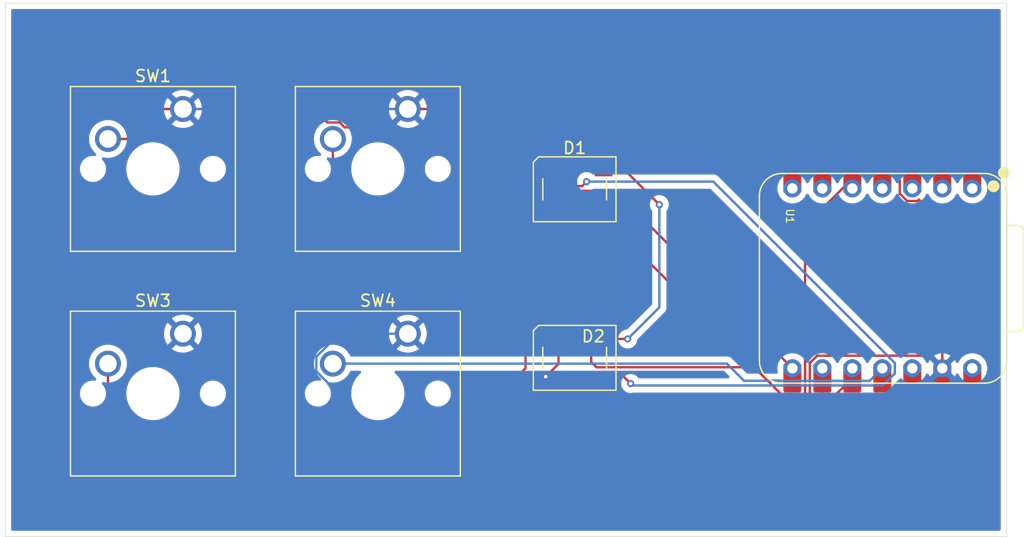
<source format=kicad_pcb>
(kicad_pcb (version 20241229) (generator "pcbnew") (generator_version "9.0")
  (layers (0 "F.Cu" signal) (2 "B.Cu" signal) (13 "F.Paste" user) (15 "B.Paste" user) (5 "F.SilkS" user "F.Silkscreen") (7 "B.SilkS" user "B.Silkscreen") (1 "F.Mask" user) (3 "B.Mask" user) (25 "Edge.Cuts" user))
  (net 0 "")
  (net 1 "GND")
  (net 2 "Net-(D1-VSS)")
  (net 3 "Net-(D1-VDD)")
  (net 4 "Net-(D1-DOUT)")
  (net 6 "Net-(U1-GPIO1{slash}RX)")
  (net 7 "Net-(U1-GPIO2{slash}SCK)")
  (net 8 "Net-(U1-GPIO4{slash}MISO)")
  (net 9 "Net-(U1-GPIO3{slash}MOSI)")
  (net 11 "+5V")
  (footprint "OPL:XIAO-RP2040-DIP" (layer "F.Cu") (at 164.02 92.94 -90)
    (property "Reference" "U1" (at -5.27 7.83 270) (layer "F.SilkS") (effects (font (size 0.635 0.635) (thickness 0.1016))))
    (property "Value" "XIAO-RP2040-DIP")
    (fp_line (start -6.985 10.414) (end 6.985 10.414) (stroke (width 0.127)) (layer "F.SilkS"))
    (fp_line (start -8.89 8.509) (end -8.89 -8.636) (stroke (width 0.127)) (layer "F.SilkS"))
    (fp_line (start 8.89 8.509) (end 8.89 -8.636) (stroke (width 0.127)) (layer "F.SilkS"))
    (fp_line (start -4.495 -10.541) (end -4.491272 -11.451272) (stroke (width 0.127)) (layer "F.SilkS"))
    (fp_line (start 6.985 -10.541) (end -6.985 -10.541) (stroke (width 0.1)) (layer "F.SilkS"))
    (fp_line (start 6.985 -10.541) (end -6.985 -10.541) (stroke (width 0.127)) (layer "F.SilkS"))
    (fp_line (start 4.504 -11.451) (end 4.504 -10.541) (stroke (width 0.127)) (layer "F.SilkS"))
    (fp_line (start -3.991272 -11.951) (end 4.004 -11.951) (stroke (width 0.127)) (layer "F.SilkS"))
    (fp_arc (start -6.985 10.414) (mid -8.332038 9.856038) (end -8.89 8.509) (stroke (width 0.127)) (layer "F.SilkS"))
    (fp_arc (start 8.89 8.509) (mid 8.332038 9.856038) (end 6.985 10.414) (stroke (width 0.127)) (layer "F.SilkS"))
    (fp_arc (start -8.89 -8.636) (mid -8.332038 -9.983038) (end -6.985 -10.541) (stroke (width 0.127)) (layer "F.SilkS"))
    (fp_arc (start 6.985 -10.541) (mid 8.332038 -9.983038) (end 8.89 -8.636) (stroke (width 0.127)) (layer "F.SilkS"))
    (fp_arc (start -4.491272 -11.451272) (mid -4.344728 -11.80464) (end -3.991272 -11.951) (stroke (width 0.127)) (layer "F.SilkS"))
    (fp_arc (start 4.004 -11.951) (mid 4.357553 -11.804553) (end 4.504 -11.451) (stroke (width 0.127)) (layer "F.SilkS"))
    (fp_circle (center -7.807 -9.42) (end -7.807 -9.674) (stroke (width 0.5)) (fill yes) (layer "F.SilkS"))
    (fp_circle (center -8.95 -10.3) (end -8.95 -10.554) (stroke (width 0.5)) (fill yes) (layer "F.SilkS"))
    (pad "1" smd roundrect (at -8.455 -7.62 90) (size 2.432 1.524) (layers "F.Cu" "F.Mask") (roundrect_rratio 0.1))
    (pad "1" thru_hole circle (at -7.62 -7.62 90) (size 1.524 1.524) (drill 0.889) (layers "*.Cu" "*.Mask"))
    (pad "2" smd roundrect (at -8.455 -5.08 90) (size 2.432 1.524) (layers "F.Cu" "F.Mask") (roundrect_rratio 0.1))
    (pad "2" thru_hole circle (at -7.62 -5.08 90) (size 1.524 1.524) (drill 0.889) (layers "*.Cu" "*.Mask"))
    (pad "3" smd roundrect (at -8.455 -2.54 90) (size 2.432 1.524) (layers "F.Cu" "F.Mask") (roundrect_rratio 0.1))
    (pad "3" thru_hole circle (at -7.62 -2.54 90) (size 1.524 1.524) (drill 0.889) (layers "*.Cu" "*.Mask"))
    (pad "4" smd roundrect (at -8.455 0 90) (size 2.432 1.524) (layers "F.Cu" "F.Mask") (roundrect_rratio 0.1))
    (pad "4" thru_hole circle (at -7.62 0 90) (size 1.524 1.524) (drill 0.889) (layers "*.Cu" "*.Mask"))
    (pad "5" smd roundrect (at -8.455 2.54 90) (size 2.432 1.524) (layers "F.Cu" "F.Mask") (roundrect_rratio 0.1) (net 3 "Net-(D1-VDD)"))
    (pad "5" thru_hole circle (at -7.62 2.54 90) (size 1.524 1.524) (drill 0.889) (layers "*.Cu" "*.Mask") (net 3 "Net-(D1-VDD)"))
    (pad "6" smd roundrect (at -8.455 5.08 90) (size 2.432 1.524) (layers "F.Cu" "F.Mask") (roundrect_rratio 0.1))
    (pad "6" thru_hole circle (at -7.62 5.08 90) (size 1.524 1.524) (drill 0.889) (layers "*.Cu" "*.Mask"))
    (pad "7" smd roundrect (at -8.455 7.62 90) (size 2.432 1.524) (layers "F.Cu" "F.Mask") (roundrect_rratio 0.1))
    (pad "7" thru_hole circle (at -7.62 7.62 90) (size 1.524 1.524) (drill 0.889) (layers "*.Cu" "*.Mask"))
    (pad "8" thru_hole circle (at 7.62 7.62 270) (size 1.524 1.524) (drill 0.889) (layers "*.Cu" "*.Mask") (net 6 "Net-(U1-GPIO1{slash}RX)"))
    (pad "8" smd roundrect (at 8.455 7.62 270) (size 2.432 1.524) (layers "F.Cu" "F.Mask") (roundrect_rratio 0.1) (net 6 "Net-(U1-GPIO1{slash}RX)"))
    (pad "9" thru_hole circle (at 7.62 5.08 270) (size 1.524 1.524) (drill 0.889) (layers "*.Cu" "*.Mask") (net 7 "Net-(U1-GPIO2{slash}SCK)"))
    (pad "9" smd roundrect (at 8.455 5.08 270) (size 2.432 1.524) (layers "F.Cu" "F.Mask") (roundrect_rratio 0.1) (net 7 "Net-(U1-GPIO2{slash}SCK)"))
    (pad "10" thru_hole circle (at 7.62 2.54 270) (size 1.524 1.524) (drill 0.889) (layers "*.Cu" "*.Mask") (net 8 "Net-(U1-GPIO4{slash}MISO)"))
    (pad "10" smd roundrect (at 8.455 2.54 270) (size 2.432 1.524) (layers "F.Cu" "F.Mask") (roundrect_rratio 0.1) (net 8 "Net-(U1-GPIO4{slash}MISO)"))
    (pad "11" thru_hole circle (at 7.62 0 270) (size 1.524 1.524) (drill 0.889) (layers "*.Cu" "*.Mask") (net 9 "Net-(U1-GPIO3{slash}MOSI)"))
    (pad "11" smd roundrect (at 8.455 0 270) (size 2.432 1.524) (layers "F.Cu" "F.Mask") (roundrect_rratio 0.1) (net 9 "Net-(U1-GPIO3{slash}MOSI)"))
    (pad "12" thru_hole circle (at 7.62 -2.54 270) (size 1.524 1.524) (drill 0.889) (layers "*.Cu" "*.Mask"))
    (pad "12" smd roundrect (at 8.455 -2.54 270) (size 2.432 1.524) (layers "F.Cu" "F.Mask") (roundrect_rratio 0.1))
    (pad "13" thru_hole circle (at 7.62 -5.08 270) (size 1.524 1.524) (drill 0.889) (layers "*.Cu" "*.Mask") (net 1 "GND"))
    (pad "13" smd roundrect (at 8.455 -5.08 270) (size 2.432 1.524) (layers "F.Cu" "F.Mask") (roundrect_rratio 0.1) (net 1 "GND"))
    (pad "14" thru_hole circle (at 7.62 -7.62 270) (size 1.524 1.524) (drill 0.889) (layers "*.Cu" "*.Mask") (net 11 "+5V"))
    (pad "14" smd roundrect (at 8.455 -7.62 270) (size 2.432 1.524) (layers "F.Cu" "F.Mask") (roundrect_rratio 0.1) (net 11 "+5V"))
  )
  (footprint "Button_Switch_Keyboard:SW_Cherry_MX_1.00u_PCB" (layer "F.Cu") (at 104.775 78.58125)
    (property "Reference" "SW1" (at -2.54 -2.794 0) (layer "F.SilkS"))
    (property "Value" "SW_Push")
    (fp_line (start -9.525 -1.905) (end 4.445 -1.905) (stroke (width 0.12)) (layer "F.SilkS"))
    (fp_line (start -9.525 12.065) (end -9.525 -1.905) (stroke (width 0.12)) (layer "F.SilkS"))
    (fp_line (start 4.445 -1.905) (end 4.445 12.065) (stroke (width 0.12)) (layer "F.SilkS"))
    (fp_line (start 4.445 12.065) (end -9.525 12.065) (stroke (width 0.12)) (layer "F.SilkS"))
    (pad "" np_thru_hole circle (at -7.62 5.08) (size 1.7 1.7) (drill 1.7) (layers "*.Cu" "*.Mask"))
    (pad "" np_thru_hole circle (at -2.54 5.08) (size 4 4) (drill 4) (layers "*.Cu" "*.Mask"))
    (pad "" np_thru_hole circle (at 2.54 5.08) (size 1.7 1.7) (drill 1.7) (layers "*.Cu" "*.Mask"))
    (pad "1" thru_hole circle (at 0 0) (size 2.2 2.2) (drill 1.5) (layers "*.Cu" "*.Mask") (net 1 "GND"))
    (pad "2" thru_hole circle (at -6.35 2.54) (size 2.2 2.2) (drill 1.5) (layers "*.Cu" "*.Mask") (net 6 "Net-(U1-GPIO1{slash}RX)"))
  )
  (footprint "Button_Switch_Keyboard:SW_Cherry_MX_1.00u_PCB" (layer "F.Cu") (at 123.825 97.63125)
    (property "Reference" "SW4" (at -2.54 -2.794 0) (layer "F.SilkS"))
    (property "Value" "SW_Push")
    (fp_line (start -9.525 -1.905) (end 4.445 -1.905) (stroke (width 0.12)) (layer "F.SilkS"))
    (fp_line (start -9.525 12.065) (end -9.525 -1.905) (stroke (width 0.12)) (layer "F.SilkS"))
    (fp_line (start 4.445 -1.905) (end 4.445 12.065) (stroke (width 0.12)) (layer "F.SilkS"))
    (fp_line (start 4.445 12.065) (end -9.525 12.065) (stroke (width 0.12)) (layer "F.SilkS"))
    (pad "" np_thru_hole circle (at -7.62 5.08) (size 1.7 1.7) (drill 1.7) (layers "*.Cu" "*.Mask"))
    (pad "" np_thru_hole circle (at -2.54 5.08) (size 4 4) (drill 4) (layers "*.Cu" "*.Mask"))
    (pad "" np_thru_hole circle (at 2.54 5.08) (size 1.7 1.7) (drill 1.7) (layers "*.Cu" "*.Mask"))
    (pad "1" thru_hole circle (at 0 0) (size 2.2 2.2) (drill 1.5) (layers "*.Cu" "*.Mask") (net 1 "GND"))
    (pad "2" thru_hole circle (at -6.35 2.54) (size 2.2 2.2) (drill 1.5) (layers "*.Cu" "*.Mask") (net 9 "Net-(U1-GPIO3{slash}MOSI)"))
  )
  (footprint "Button_Switch_Keyboard:SW_Cherry_MX_1.00u_PCB" (layer "F.Cu") (at 104.775 97.63125)
    (property "Reference" "SW3" (at -2.54 -2.794 0) (layer "F.SilkS"))
    (property "Value" "SW_Push")
    (fp_line (start -9.525 -1.905) (end 4.445 -1.905) (stroke (width 0.12)) (layer "F.SilkS"))
    (fp_line (start -9.525 12.065) (end -9.525 -1.905) (stroke (width 0.12)) (layer "F.SilkS"))
    (fp_line (start 4.445 -1.905) (end 4.445 12.065) (stroke (width 0.12)) (layer "F.SilkS"))
    (fp_line (start 4.445 12.065) (end -9.525 12.065) (stroke (width 0.12)) (layer "F.SilkS"))
    (pad "" np_thru_hole circle (at -7.62 5.08) (size 1.7 1.7) (drill 1.7) (layers "*.Cu" "*.Mask"))
    (pad "" np_thru_hole circle (at -2.54 5.08) (size 4 4) (drill 4) (layers "*.Cu" "*.Mask"))
    (pad "" np_thru_hole circle (at 2.54 5.08) (size 1.7 1.7) (drill 1.7) (layers "*.Cu" "*.Mask"))
    (pad "1" thru_hole circle (at 0 0) (size 2.2 2.2) (drill 1.5) (layers "*.Cu" "*.Mask") (net 1 "GND"))
    (pad "2" thru_hole circle (at -6.35 2.54) (size 2.2 2.2) (drill 1.5) (layers "*.Cu" "*.Mask") (net 8 "Net-(U1-GPIO4{slash}MISO)"))
  )
  (footprint "Button_Switch_Keyboard:SW_Cherry_MX_1.00u_PCB" (layer "F.Cu") (at 123.825 78.58125)
    (property "Reference" "SW2" (hide yes))
    (property "Value" "SW_Push")
    (fp_line (start -9.525 -1.905) (end 4.445 -1.905) (stroke (width 0.12)) (layer "F.SilkS"))
    (fp_line (start -9.525 12.065) (end -9.525 -1.905) (stroke (width 0.12)) (layer "F.SilkS"))
    (fp_line (start 4.445 -1.905) (end 4.445 12.065) (stroke (width 0.12)) (layer "F.SilkS"))
    (fp_line (start 4.445 12.065) (end -9.525 12.065) (stroke (width 0.12)) (layer "F.SilkS"))
    (pad "" np_thru_hole circle (at -7.62 5.08) (size 1.7 1.7) (drill 1.7) (layers "*.Cu" "*.Mask"))
    (pad "" np_thru_hole circle (at -2.54 5.08) (size 4 4) (drill 4) (layers "*.Cu" "*.Mask"))
    (pad "" np_thru_hole circle (at 2.54 5.08) (size 1.7 1.7) (drill 1.7) (layers "*.Cu" "*.Mask"))
    (pad "1" thru_hole circle (at 0 0) (size 2.2 2.2) (drill 1.5) (layers "*.Cu" "*.Mask") (net 1 "GND"))
    (pad "2" thru_hole circle (at -6.35 2.54) (size 2.2 2.2) (drill 1.5) (layers "*.Cu" "*.Mask") (net 7 "Net-(U1-GPIO2{slash}SCK)"))
  )
  (footprint "LED_SMD:LED_SK6812_PLCC4_5.0x5.0mm_P3.2mm" (layer "F.Cu") (at 137.96 85.39)
    (property "Reference" "D1" (at 0 -3.5 0) (layer "F.SilkS"))
    (property "Value" "SK6812")
    (fp_line (start -3.5 -2.3) (end -3.5 2.75) (stroke (width 0.12)) (layer "F.SilkS"))
    (fp_line (start -3.05 -2.75) (end -3.5 -2.3) (stroke (width 0.12)) (layer "F.SilkS"))
    (fp_line (start -2.7 -0.9) (end -2.7 0.9) (stroke (width 0.12)) (layer "F.SilkS"))
    (fp_line (start 2.7 -0.9) (end 2.7 0.9) (stroke (width 0.12)) (layer "F.SilkS"))
    (fp_line (start 3.5 -2.75) (end -3.05 -2.75) (stroke (width 0.12)) (layer "F.SilkS"))
    (fp_line (start 3.5 2.75) (end -3.5 2.75) (stroke (width 0.12)) (layer "F.SilkS"))
    (fp_line (start 3.5 2.75) (end 3.5 -2.75) (stroke (width 0.12)) (layer "F.SilkS"))
    (pad "1" smd rect (at -2.45 -1.6 180) (size 1.5 1) (layers "F.Cu" "F.Mask" "F.Paste") (net 2 "Net-(D1-VSS)"))
    (pad "2" smd rect (at -2.45 1.6 180) (size 1.5 1) (layers "F.Cu" "F.Mask" "F.Paste") (net 1 "GND"))
    (pad "3" smd rect (at 2.45 1.6 180) (size 1.5 1) (layers "F.Cu" "F.Mask" "F.Paste") (net 3 "Net-(D1-VDD)"))
    (pad "4" smd rect (at 2.45 -1.6 180) (size 1.5 1) (layers "F.Cu" "F.Mask" "F.Paste") (net 4 "Net-(D1-DOUT)"))
  )
  (footprint "LED_SMD:LED_SK6812_PLCC4_5.0x5.0mm_P3.2mm" (layer "F.Cu") (at 137.96 99.6775)
    (property "Reference" "D2" (at 1.58 -1.82 0) (layer "F.SilkS"))
    (property "Value" "SK6812" (hide yes))
    (fp_line (start -3.5 -2.3) (end -3.5 2.75) (stroke (width 0.12)) (layer "F.SilkS"))
    (fp_line (start -3.05 -2.75) (end -3.5 -2.3) (stroke (width 0.12)) (layer "F.SilkS"))
    (fp_line (start -2.7 -0.9) (end -2.7 0.9) (stroke (width 0.12)) (layer "F.SilkS"))
    (fp_line (start 2.7 -0.9) (end 2.7 0.9) (stroke (width 0.12)) (layer "F.SilkS"))
    (fp_line (start 3.5 -2.75) (end -3.05 -2.75) (stroke (width 0.12)) (layer "F.SilkS"))
    (fp_line (start 3.5 2.75) (end -3.5 2.75) (stroke (width 0.12)) (layer "F.SilkS"))
    (fp_line (start 3.5 2.75) (end 3.5 -2.75) (stroke (width 0.12)) (layer "F.SilkS"))
    (pad "1" smd rect (at -2.45 -1.6 180) (size 1.5 1) (layers "F.Cu" "F.Mask" "F.Paste"))
    (pad "2" smd rect (at -2.45 1.6 180) (size 1.5 1) (layers "F.Cu" "F.Mask" "F.Paste") (net 1 "GND"))
    (pad "3" smd rect (at 2.45 1.6 180) (size 1.5 1) (layers "F.Cu" "F.Mask" "F.Paste") (net 2 "Net-(D1-VSS)"))
    (pad "4" smd rect (at 2.45 -1.6 180) (size 1.5 1) (layers "F.Cu" "F.Mask" "F.Paste") (net 4 "Net-(D1-DOUT)"))
  )
  (gr_rect (start 89.725 69.60375) (end 174.54875 114.8475) (stroke (width 0.05)) (fill no) (layer "Edge.Cuts"))
  (segment (start 157.877 100.11969) (end 158.49969 99.497) (width 0.2) (layer "F.Cu") (net 1))
  (segment (start 135.51 101.2775) (end 136.59 100.1975) (width 0.2) (layer "F.Cu") (net 1))
  (segment (start 158.49969 99.497) (end 168.037 99.497) (width 0.2) (layer "F.Cu") (net 1))
  (segment (start 165.083 84.223) (end 165.497 84.637) (width 0.2) (layer "F.Cu") (net 1))
  (segment (start 136.59 100.1975) (end 136.59 88.07) (width 0.2) (layer "F.Cu") (net 1))
  (segment (start 166.11969 86.383) (end 167.00031 86.383) (width 0.2) (layer "F.Cu") (net 1))
  (segment (start 165.083 83.229374) (end 165.083 84.223) (width 0.2) (layer "F.Cu") (net 1))
  (segment (start 167.00031 86.383) (end 167.121655 86.261655) (width 0.2) (layer "F.Cu") (net 1))
  (segment (start 165.497 84.637) (end 165.497 85.76031) (width 0.2) (layer "F.Cu") (net 1))
  (segment (start 163.828 82.968) (end 164.821626 82.968) (width 0.2) (layer "F.Cu") (net 1))
  (segment (start 159.44125 78.58125) (end 163.828 82.968) (width 0.2) (layer "F.Cu") (net 1))
  (segment (start 156.4839 104.719) (end 157.877 103.3259) (width 0.2) (layer "F.Cu") (net 1))
  (segment (start 104.775 78.58125) (end 96.13875 78.58125) (width 0.2) (layer "F.Cu") (net 1))
  (segment (start 167.121655 86.261655) (end 169.1 88.24) (width 0.2) (layer "F.Cu") (net 1))
  (segment (start 138.9515 104.719) (end 156.4839 104.719) (width 0.2) (layer "F.Cu") (net 1))
  (segment (start 168.037 99.497) (end 169.1 100.56) (width 0.2) (layer "F.Cu") (net 1))
  (segment (start 96.13875 78.58125) (end 94.24 80.48) (width 0.2) (layer "F.Cu") (net 1))
  (segment (start 164.821626 82.968) (end 165.083 83.229374) (width 0.2) (layer "F.Cu") (net 1))
  (segment (start 94.24 87.09625) (end 104.775 97.63125) (width 0.2) (layer "F.Cu") (net 1))
  (segment (start 169.1 88.24) (end 169.1 100.56) (width 0.2) (layer "F.Cu") (net 1))
  (segment (start 165.497 85.76031) (end 166.11969 86.383) (width 0.2) (layer "F.Cu") (net 1))
  (segment (start 123.825 78.58125) (end 159.44125 78.58125) (width 0.2) (layer "F.Cu") (net 1))
  (segment (start 94.24 80.48) (end 94.24 87.09625) (width 0.2) (layer "F.Cu") (net 1))
  (segment (start 135.51 101.2775) (end 138.9515 104.719) (width 0.2) (layer "F.Cu") (net 1))
  (segment (start 157.877 103.3259) (end 157.877 100.11969) (width 0.2) (layer "F.Cu") (net 1))
  (segment (start 136.59 88.07) (end 135.51 86.99) (width 0.2) (layer "F.Cu") (net 1))
  (via (at 135.51 101.2775) (size 0.6) (drill 0.3) (layers "F.Cu" "B.Cu") (net 1))
  (segment (start 118.033686 97.63125) (end 116.074 99.590936) (width 0.2) (layer "B.Cu") (net 1))
  (segment (start 123.825 97.63125) (end 118.033686 97.63125) (width 0.2) (layer "B.Cu") (net 1))
  (segment (start 104.775 78.58125) (end 123.825 78.58125) (width 0.2) (layer "B.Cu") (net 1))
  (segment (start 131.72525 105.06225) (end 135.51 101.2775) (width 0.2) (layer "B.Cu") (net 1))
  (segment (start 120.311184 105.06225) (end 131.72525 105.06225) (width 0.2) (layer "B.Cu") (net 1))
  (segment (start 116.074 100.825066) (end 120.311184 105.06225) (width 0.2) (layer "B.Cu") (net 1))
  (segment (start 116.074 99.590936) (end 116.074 100.825066) (width 0.2) (layer "B.Cu") (net 1))
  (segment (start 135.51 83.79) (end 135.27 84.03) (width 0.2) (layer "F.Cu") (net 2))
  (segment (start 136.838 85.118) (end 138.592 85.118) (width 0.2) (layer "F.Cu") (net 2))
  (segment (start 135.27 84.03) (end 135.27 84.17) (width 0.2) (layer "F.Cu") (net 2))
  (segment (start 135.51 83.79) (end 136.838 85.118) (width 0.2) (layer "F.Cu") (net 2))
  (segment (start 142.1175 101.2775) (end 140.41 101.2775) (width 0.2) (layer "F.Cu") (net 2))
  (segment (start 142.7 101.86) (end 142.1175 101.2775) (width 0.2) (layer "F.Cu") (net 2))
  (segment (start 138.592 85.118) (end 138.97 84.74) (width 0.2) (layer "F.Cu") (net 2))
  (via (at 138.97 84.74) (size 0.6) (drill 0.3) (layers "F.Cu" "B.Cu") (net 2))
  (via (at 142.7 101.86) (size 0.6) (drill 0.3) (layers "F.Cu" "B.Cu") (net 2))
  (segment (start 142.864 102.024) (end 142.7 101.86) (width 0.2) (layer "B.Cu") (net 2))
  (segment (start 149.70331 84.74) (end 165.083 100.11969) (width 0.2) (layer "B.Cu") (net 2))
  (segment (start 165.083 101.00031) (end 164.05931 102.024) (width 0.2) (layer "B.Cu") (net 2))
  (segment (start 165.083 100.11969) (end 165.083 101.00031) (width 0.2) (layer "B.Cu") (net 2))
  (segment (start 164.05931 102.024) (end 142.864 102.024) (width 0.2) (layer "B.Cu") (net 2))
  (segment (start 138.97 84.74) (end 149.70331 84.74) (width 0.2) (layer "B.Cu") (net 2))
  (segment (start 140.41 86.99) (end 140.41 87.723626) (width 0.2) (layer "F.Cu") (net 3))
  (segment (start 139.359 88.041) (end 139.359 100.029) (width 0.2) (layer "F.Cu") (net 3))
  (segment (start 153.162874 100.4765) (end 154.296374 101.61) (width 0.2) (layer "F.Cu") (net 3))
  (segment (start 157.476 102.91) (end 157.476 88.489) (width 0.2) (layer "F.Cu") (net 3))
  (segment (start 156.956 103.43) (end 157.476 102.91) (width 0.2) (layer "F.Cu") (net 3))
  (segment (start 154.296374 101.61) (end 155.337 101.61) (width 0.2) (layer "F.Cu") (net 3))
  (segment (start 139.359 100.029) (end 139.8065 100.4765) (width 0.2) (layer "F.Cu") (net 3))
  (segment (start 139.8065 100.4765) (end 140.03 100.4765) (width 0.2) (layer "F.Cu") (net 3))
  (segment (start 140.41 86.99) (end 139.359 88.041) (width 0.2) (layer "F.Cu") (net 3))
  (segment (start 156.116374 103.43) (end 156.956 103.43) (width 0.2) (layer "F.Cu") (net 3))
  (segment (start 157.476 88.489) (end 161.48 84.485) (width 0.2) (layer "F.Cu") (net 3))
  (segment (start 140.03 100.4765) (end 153.162874 100.4765) (width 0.2) (layer "F.Cu") (net 3))
  (segment (start 140.41 87.723626) (end 156.116374 103.43) (width 0.2) (layer "F.Cu") (net 3))
  (segment (start 142.45 98.08) (end 142.4475 98.0775) (width 0.2) (layer "F.Cu") (net 4))
  (segment (start 142.4475 98.0775) (end 140.41 98.0775) (width 0.2) (layer "F.Cu") (net 4))
  (segment (start 140.41 83.79) (end 142.23 83.79) (width 0.2) (layer "F.Cu") (net 4))
  (segment (start 142.23 83.79) (end 145.13 86.69) (width 0.2) (layer "F.Cu") (net 4))
  (via (at 145.13 86.69) (size 0.6) (drill 0.3) (layers "F.Cu" "B.Cu") (net 4))
  (via (at 142.45 98.08) (size 0.6) (drill 0.3) (layers "F.Cu" "B.Cu") (net 4))
  (segment (start 145.13 95.4) (end 142.45 98.08) (width 0.2) (layer "B.Cu") (net 4))
  (segment (start 145.13 86.69) (end 145.13 95.4) (width 0.2) (layer "B.Cu") (net 4))
  (segment (start 125.36389 82.96389) (end 122.54 80.14) (width 0.2) (layer "F.Cu") (net 6))
  (segment (start 116.26 78.98225) (end 115.71775 78.98225) (width 0.2) (layer "F.Cu") (net 6))
  (segment (start 109.296314 81.12125) (end 98.425 81.12125) (width 0.2) (layer "F.Cu") (net 6))
  (segment (start 127.06236 84.66236) (end 126.86247 84.86225) (width 0.2) (layer "F.Cu") (net 6))
  (segment (start 125.86753 84.86225) (end 125.164 84.15872) (width 0.2) (layer "F.Cu") (net 6))
  (segment (start 141.359 85.519) (end 127.919 85.519) (width 0.2) (layer "F.Cu") (net 6))
  (segment (start 125.164 84.15872) (end 125.164 83.16378) (width 0.2) (layer "F.Cu") (net 6))
  (segment (start 116.998 79.72025) (end 116.26 78.98225) (width 0.2) (layer "F.Cu") (net 6))
  (segment (start 118.055314 79.72025) (end 116.998 79.72025) (width 0.2) (layer "F.Cu") (net 6))
  (segment (start 126.86247 84.86225) (end 125.86753 84.86225) (width 0.2) (layer "F.Cu") (net 6))
  (segment (start 109.877564 80.54) (end 109.296314 81.12125) (width 0.2) (layer "F.Cu") (net 6))
  (segment (start 125.164 83.16378) (end 125.36389 82.96389) (width 0.2) (layer "F.Cu") (net 6))
  (segment (start 115.71775 78.98225) (end 115.53 79.17) (width 0.2) (layer "F.Cu") (net 6))
  (segment (start 127.919 85.519) (end 127.06236 84.66236) (width 0.2) (layer "F.Cu") (net 6))
  (segment (start 118.475064 80.14) (end 118.055314 79.72025) (width 0.2) (layer "F.Cu") (net 6))
  (segment (start 156.4 100.56) (end 141.359 85.519) (width 0.2) (layer "F.Cu") (net 6))
  (segment (start 114.70225 80.54) (end 109.877564 80.54) (width 0.2) (layer "F.Cu") (net 6))
  (segment (start 116.26 78.98225) (end 114.70225 80.54) (width 0.2) (layer "F.Cu") (net 6))
  (segment (start 122.54 80.14) (end 118.475064 80.14) (width 0.2) (layer "F.Cu") (net 6))
  (segment (start 132.26 89.71) (end 133.83 91.28) (width 0.2) (layer "F.Cu") (net 7))
  (segment (start 120.311184 86.01225) (end 117.475 83.176066) (width 0.2) (layer "F.Cu") (net 7))
  (segment (start 121.71 86.01225) (end 122.37775 86.68) (width 0.2) (layer "F.Cu") (net 7))
  (segment (start 156.65 105.12) (end 158.94 102.83) (width 0.2) (layer "F.Cu") (net 7))
  (segment (start 127.96 87.48) (end 130.19 89.71) (width 0.2) (layer "F.Cu") (net 7))
  (segment (start 121.71 86.01225) (end 120.311184 86.01225) (width 0.2) (layer "F.Cu") (net 7))
  (segment (start 132.37 101.99) (end 135.5 105.12) (width 0.2) (layer "F.Cu") (net 7))
  (segment (start 133.795 95.825) (end 133.54 96.08) (width 0.2) (layer "F.Cu") (net 7))
  (segment (start 133.795 100.565) (end 132.37 101.99) (width 0.2) (layer "F.Cu") (net 7))
  (segment (start 133.83 91.28) (end 133.88 91.28) (width 0.2) (layer "F.Cu") (net 7))
  (segment (start 133.88 95.74) (end 133.795 95.825) (width 0.2) (layer "F.Cu") (net 7))
  (segment (start 130.19 89.71) (end 132.26 89.71) (width 0.2) (layer "F.Cu") (net 7))
  (segment (start 133.88 91.28) (end 133.88 95.74) (width 0.2) (layer "F.Cu") (net 7))
  (segment (start 124.38 86.48) (end 125.38 87.48) (width 0.2) (layer "F.Cu") (net 7))
  (segment (start 135.5 105.12) (end 156.65 105.12) (width 0.2) (layer "F.Cu") (net 7))
  (segment (start 133.795 95.825) (end 133.795 100.565) (width 0.2) (layer "F.Cu") (net 7))
  (segment (start 122.37775 86.68) (end 124.18 86.68) (width 0.2) (layer "F.Cu") (net 7))
  (segment (start 125.38 87.48) (end 127.96 87.48) (width 0.2) (layer "F.Cu") (net 7))
  (segment (start 117.475 83.176066) (end 117.475 81.12125) (width 0.2) (layer "F.Cu") (net 7))
  (segment (start 158.94 102.83) (end 158.94 101.395) (width 0.2) (layer "F.Cu") (net 7))
  (segment (start 124.18 86.68) (end 124.38 86.48) (width 0.2) (layer "F.Cu") (net 7))
  (segment (start 101.719934 105.521) (end 98.425 102.226066) (width 0.2) (layer "F.Cu") (net 8))
  (segment (start 157.354 105.521) (end 101.719934 105.521) (width 0.2) (layer "F.Cu") (net 8))
  (segment (start 98.425 102.226066) (end 98.425 100.17125) (width 0.2) (layer "F.Cu") (net 8))
  (segment (start 161.48 101.395) (end 157.354 105.521) (width 0.2) (layer "F.Cu") (net 8))
  (segment (start 117.475 100.17125) (end 150.85125 100.17125) (width 0.2) (layer "B.Cu") (net 9))
  (segment (start 150.85125 100.17125) (end 152.303 101.623) (width 0.2) (layer "B.Cu") (net 9))
  (segment (start 162.957 101.623) (end 164.02 100.56) (width 0.2) (layer "B.Cu") (net 9))
  (segment (start 152.303 101.623) (end 162.957 101.623) (width 0.2) (layer "B.Cu") (net 9))
  (zone (net 1) (net_name "GND") (layer "B.Cu") (connect_pads (clearance 0.5)) (min_thickness 0.25) (fill yes (thermal_gap 0.5) (thermal_bridge_width 0.5))
    (polygon (pts (xy 89.81 69.64) (xy 89.81 114.43) (xy 174.55 114.896552) (xy 174.55 69.641143) (xy 90.04 69.56) (xy 89.81 69.87) (xy 89.96 69.87) (xy 89.28 69.95) (xy 89.89 69.64) (xy 90.5 69.56) (xy 90.35 69.72) (xy 90.35 69.34)))
  )
)
</source>
